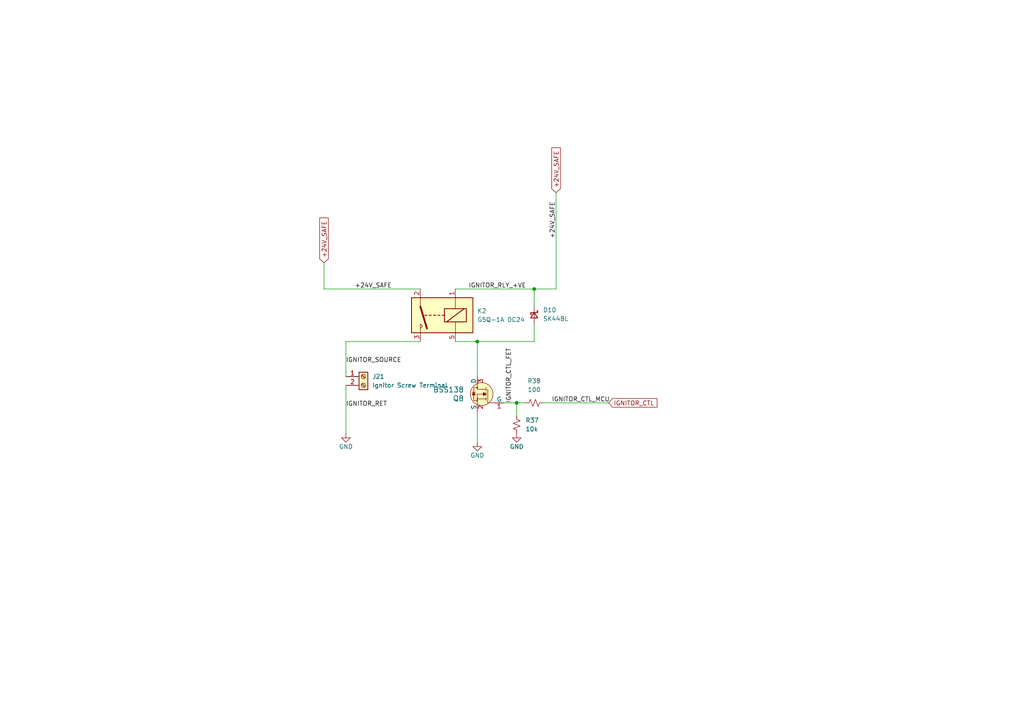
<source format=kicad_sch>
(kicad_sch (version 20250114) (generator "eeschema") (generator_version "9.0")
  (paper "A4")
  (title_block (title "Ignitor Control") (rev "1.0.0") (company "Queen's Rocket Engineering Team"))
  (lib_symbols
    (symbol "Connector:Screw_Terminal_01x02" (pin_names (offset 1.016) (hide yes))
      (property "Reference" "J" (at 0 2.54 0))
      (property "Value" "Screw_Terminal_01x02" (at 0 -5.08 0))
      (symbol "Screw_Terminal_01x02_1_1"
        (rectangle (start -1.27 1.27) (end 1.27 -3.81) (stroke (width 0.254)) (fill (type background)))
        (polyline (pts (xy -0.5334 0.3302) (xy 0.3302 -0.508)) (stroke (width 0.1524)))
        (polyline (pts (xy -0.5334 -2.2098) (xy 0.3302 -3.048)) (stroke (width 0.1524)))
        (polyline (pts (xy -0.3556 0.508) (xy 0.508 -0.3302)) (stroke (width 0.1524)))
        (polyline (pts (xy -0.3556 -2.032) (xy 0.508 -2.8702)) (stroke (width 0.1524)))
        (circle (center 0 0) (radius 0.635) (stroke (width 0.1524)))
        (circle (center 0 -2.54) (radius 0.635) (stroke (width 0.1524)))
        (pin passive line (at -5.08 0 0) (length 3.81) (name "Pin_1") (number "1"))
        (pin passive line (at -5.08 -2.54 0) (length 3.81) (name "Pin_2") (number "2"))
      )
    )
    (symbol "Device:D_Schottky_Small" (pin_numbers (hide yes)) (pin_names (offset 0.254) (hide yes))
      (property "Reference" "D" (at -1.27 2.032 0))
      (property "Value" "D_Schottky_Small" (at -7.112 -2.032 0))
      (symbol "D_Schottky_Small_0_1"
        (polyline (pts (xy -1.27 0.762) (xy -1.27 1.016) (xy -0.762 1.016) (xy -0.762 -1.016) (xy -0.254 -1.016) (xy -0.254 -0.762)) (stroke (width 0.254)))
        (polyline (pts (xy -0.762 0) (xy 0.762 0)))
        (polyline (pts (xy 0.762 -1.016) (xy -0.762 0) (xy 0.762 1.016) (xy 0.762 -1.016)) (stroke (width 0.254)))
      )
      (symbol "D_Schottky_Small_1_1"
        (pin passive line (at -2.54 0 0) (length 1.778) (name "K") (number "1"))
        (pin passive line (at 2.54 0 180) (length 1.778) (name "A") (number "2"))
      )
    )
    (symbol "Device:R_Small_US" (pin_numbers (hide yes)) (pin_names (offset 0.254) (hide yes))
      (property "Reference" "R" (at 0.762 0.508 0))
      (property "Value" "R_Small_US" (at 0.762 -1.016 0))
      (symbol "R_Small_US_1_1"
        (polyline (pts (xy 0 1.524) (xy 1.016 1.143) (xy 0 0.762) (xy -1.016 0.381) (xy 0 0)))
        (polyline (pts (xy 0 0) (xy 1.016 -0.381) (xy 0 -0.762) (xy -1.016 -1.143) (xy 0 -1.524)))
        (pin passive line (at 0 2.54 270) (length 1.016) (name "~") (number "1"))
        (pin passive line (at 0 -2.54 90) (length 1.016) (name "~") (number "2"))
      )
    )
    (symbol "Relay:G5Q-1A"
      (property "Reference" "K" (at 8.89 3.81 0))
      (property "Value" "G5Q-1A" (at 8.89 1.27 0))
      (symbol "G5Q-1A_0_0"
        (polyline (pts (xy 5.08 5.08) (xy 5.08 2.54) (xy 4.445 3.175) (xy 5.08 3.81)))
      )
      (symbol "G5Q-1A_0_1"
        (rectangle (start -10.16 5.08) (end 7.62 -5.08) (stroke (width 0.254)) (fill (type background)))
        (rectangle (start -8.255 1.905) (end -1.905 -1.905) (stroke (width 0.254)))
        (polyline (pts (xy -7.62 -1.905) (xy -2.54 1.905)) (stroke (width 0.254)))
        (polyline (pts (xy -5.08 5.08) (xy -5.08 1.905)))
        (polyline (pts (xy -5.08 -5.08) (xy -5.08 -1.905)))
        (polyline (pts (xy -1.905 0) (xy -1.27 0)) (stroke (width 0.254)))
        (polyline (pts (xy -0.635 0) (xy 0 0)) (stroke (width 0.254)))
        (polyline (pts (xy 0.635 0) (xy 1.27 0)) (stroke (width 0.254)))
        (polyline (pts (xy 1.905 0) (xy 2.54 0)) (stroke (width 0.254)))
        (polyline (pts (xy 3.175 0) (xy 3.81 0)) (stroke (width 0.254)))
        (polyline (pts (xy 5.08 -2.54) (xy 3.175 3.81)) (stroke (width 0.508)))
        (polyline (pts (xy 5.08 -2.54) (xy 5.08 -5.08)))
      )
      (symbol "G5Q-1A_1_1"
        (pin passive line (at -5.08 7.62 270) (length 2.54) (name "~") (number "5"))
        (pin passive line (at -5.08 -7.62 90) (length 2.54) (name "~") (number "1"))
        (pin passive line (at 5.08 7.62 270) (length 2.54) (name "~") (number "3"))
        (pin passive line (at 5.08 -7.62 90) (length 2.54) (name "~") (number "2"))
      )
    )
    (symbol "dk_Transistors-FETs-MOSFETs-Single:BSS138" (pin_names (offset 0))
      (property "Reference" "Q" (at -2.6924 3.6322 0))
      (property "Value" "BSS138" (at 3.4544 0 90))
      (symbol "BSS138_0_1"
        (polyline (pts (xy -5.08 -2.54) (xy -3.048 -2.54) (xy -3.048 1.397)))
        (circle (center -1.27 0) (radius 3.302) (fill (type background)))
        (polyline (pts (xy -0.127 -1.905) (xy 1.016 -1.905) (xy 1.016 1.397) (xy 1.016 1.905) (xy -0.127 1.905)))
        (polyline (pts (xy 0 2.54) (xy 0 1.397) (xy -2.54 1.397)))
        (circle (center 0 1.905) (radius 0.127))
        (polyline (pts (xy 0 -1.397) (xy -2.54 -1.397)))
        (circle (center 0 -1.397) (radius 0.127))
        (circle (center 0 -1.905) (radius 0.127))
        (polyline (pts (xy 0 -2.54) (xy 0 0) (xy -2.54 0)))
      )
      (symbol "BSS138_1_1"
        (polyline (pts (xy -2.54 1.905) (xy -2.54 0.889)))
        (polyline (pts (xy -2.54 0) (xy -2.54 0.508)))
        (polyline (pts (xy -2.54 0) (xy -2.54 -0.508)))
        (polyline (pts (xy -2.54 0) (xy -1.778 0.508) (xy -1.778 -0.508) (xy -2.54 0)) (fill (type outline)))
        (polyline (pts (xy -2.54 -1.397) (xy -2.54 -0.889)))
        (polyline (pts (xy -2.54 -1.397) (xy -2.54 -1.905)))
        (polyline (pts (xy 1.016 0.508) (xy 0.508 -0.254) (xy 1.524 -0.254) (xy 1.016 0.508)) (fill (type outline)))
        (polyline (pts (xy 1.524 0.508) (xy 0.508 0.508)))
        (pin bidirectional line (at -7.62 -2.54 0) (length 2.54) (name "G") (number "1"))
        (pin bidirectional line (at 0 5.08 270) (length 2.54) (name "D") (number "3"))
        (pin bidirectional line (at 0 -5.08 90) (length 2.54) (name "S") (number "2"))
      )
    )
    (symbol "power:GND" (power) (pin_numbers (hide yes)) (pin_names (offset 0) (hide yes))
      (property "Value" "GND" (at 0 -3.81 0))
      (symbol "GND_0_1"
        (polyline (pts (xy 0 0) (xy 0 -1.27) (xy 1.27 -1.27) (xy 0 -2.54) (xy -1.27 -1.27) (xy 0 -1.27)))
      )
      (symbol "GND_1_1"
        (pin power_in line (at 0 0 270) (length 0) (name "~") (number "1"))
      )
    )
  )
  (junction (at 154.94 83.82))
  (junction (at 138.43 99.06))
  (junction (at 149.86 116.84))
  (wire (pts (xy 100.33 99.06) (xy 121.92 99.06)))
  (wire (pts (xy 149.86 116.84) (xy 152.4 116.84)))
  (wire (pts (xy 138.43 119.38) (xy 138.43 128.27)))
  (wire (pts (xy 93.98 83.82) (xy 93.98 76.2)))
  (wire (pts (xy 138.43 99.06) (xy 154.94 99.06)))
  (wire (pts (xy 161.29 83.82) (xy 154.94 83.82)))
  (wire (pts (xy 138.43 99.06) (xy 138.43 109.22)))
  (wire (pts (xy 161.29 55.88) (xy 161.29 83.82)))
  (wire (pts (xy 154.94 93.98) (xy 154.94 99.06)))
  (wire (pts (xy 93.98 83.82) (xy 121.92 83.82)))
  (wire (pts (xy 149.86 116.84) (xy 149.86 120.65)))
  (wire (pts (xy 157.48 116.84) (xy 176.53 116.84)))
  (wire (pts (xy 132.08 83.82) (xy 154.94 83.82)))
  (wire (pts (xy 100.33 111.76) (xy 100.33 125.73)))
  (wire (pts (xy 100.33 99.06) (xy 100.33 109.22)))
  (wire (pts (xy 154.94 83.82) (xy 154.94 88.9)))
  (wire (pts (xy 146.05 116.84) (xy 149.86 116.84)))
  (wire (pts (xy 132.08 99.06) (xy 138.43 99.06)))
  (label "IGNITOR_RLY_+VE" (at 135.89 83.82 0))
  (label "IGNITOR_CTL_FET" (at 148.59 116.84 90))
  (label "IGNITOR_SOURCE" (at 100.33 105.41 0))
  (label "+24V_SAFE" (at 161.29 58.42 270))
  (label "IGNITOR_CTL_MCU" (at 160.02 116.84 0))
  (label "+24V_SAFE" (at 102.87 83.82 0))
  (label "IGNITOR_RET" (at 100.33 118.11 0))
  (global_label "+24V_SAFE" (shape input) (at 161.29 55.88 90) (property "Intersheetrefs" "${INTERSHEET_REFS}" (effects (hide yes))))
  (global_label "+24V_SAFE" (shape input) (at 93.98 76.2 90) (property "Intersheetrefs" "${INTERSHEET_REFS}" (effects (hide yes))))
  (global_label "IGNITOR_CTL" (shape input) (at 176.53 116.84 0) (property "Intersheetrefs" "${INTERSHEET_REFS}" (effects (hide yes))))
  (symbol (lib_id "power:GND") (at 100.33 125.73 0) (unit 1)
    (property "Reference" "#PWR098" (effects (hide yes)))
    (property "Value" "GND" (at 100.33 129.54 0))
    (property "Description" "Power symbol creates a global label with name \"GND\" , ground" (effects (hide yes)))
  )
  (symbol (lib_id "Relay:G5Q-1A") (at 127 91.44 180) (unit 1)
    (property "Reference" "K2" (at 138.43 90.1699 0) (effects (justify right)))
    (property "Value" "G5Q-1A DC24" (at 138.43 92.7099 0) (effects (justify right)))
    (property "Footprint" "Relay_THT:Relay_SPST_Omron-G5Q-1A" (effects (hide yes)))
    (property "Datasheet" "https://www.omron.com/ecb/products/pdf/en-g5q.pdf" (effects (hide yes)))
    (property "Description" "Omron G5Q relay, Miniature Single Pole, SPST-NO, 10A" (effects (hide yes)))
  )
  (symbol (lib_id "power:GND") (at 138.43 128.27 0) (unit 1)
    (property "Reference" "#PWR099" (effects (hide yes)))
    (property "Value" "GND" (at 138.43 132.08 0))
    (property "Description" "Power symbol creates a global label with name \"GND\" , ground" (effects (hide yes)))
  )
  (symbol (lib_id "dk_Transistors-FETs-MOSFETs-Single:BSS138") (at 138.43 114.3 0) (mirror y) (unit 1)
    (property "Reference" "Q8" (at 134.62 115.5701 0) (effects (font (size 1.524 1.524)) (justify left)))
    (property "Value" "BSS138" (at 134.62 113.0301 0) (effects (font (size 1.524 1.524)) (justify left)))
    (property "Footprint" "Package_TO_SOT_SMD:SOT-23-3" (effects (hide yes)))
    (property "Datasheet" "https://www.onsemi.com/pub/Collateral/BSS138-D.PDF" (effects (hide yes)))
    (property "Description" "MOSFET N-CH 50V 220MA SOT-23" (effects (hide yes)))
    (property "MPN" "BSS138" (effects (hide yes)))
    (property "LCSC" "C8490" (effects (hide yes)))
    (property "Category" "Discrete Semiconductor Products" (effects (hide yes)))
    (property "Family" "Transistors - FETs, MOSFETs - Single" (effects (hide yes)))
    (property "DK_Datasheet_Link" "https://www.onsemi.com/pub/Collateral/BSS138-D.PDF" (effects (hide yes)))
    (property "DK_Detail_Page" "/product-detail/en/on-semiconductor/BSS138/BSS138CT-ND/244294" (effects (hide yes)))
    (property "Description_1" "MOSFET N-CH 50V 220MA SOT-23" (effects (hide yes)))
    (property "Manufacturer" "ON Semiconductor" (effects (hide yes)))
    (property "Status" "Active" (effects (hide yes)))
  )
  (symbol (lib_id "Connector:Screw_Terminal_01x02") (at 105.41 109.22 0) (unit 1) (in_bom no)
    (property "Reference" "J21" (at 107.95 109.2199 0) (effects (justify left)))
    (property "Value" "Ignitor Screw Terminal" (at 107.95 111.7599 0) (effects (justify left)))
    (property "Footprint" "TerminalBlock_4Ucon:TerminalBlock_4Ucon_1x02_P3.50mm_Vertical" (effects (hide yes)))
    (property "Description" "Generic screw terminal, single row, 01x02, script generated (kicad-library-utils/schlib/autogen/connector/)" (effects (hide yes)))
    (property "Digikey Link" "https://www.digikey.ca/en/products/detail/on-shore-technology-inc/OSTTE020104/2351816" (effects (hide yes)))
    (property "Digikey PN" "ED2740-ND" (effects (hide yes)))
    (property "MPN" "OSTTE020104" (effects (hide yes)))
  )
  (symbol (lib_id "Device:R_Small_US") (at 149.86 123.19 0) (unit 1)
    (property "Reference" "R37" (at 152.4 121.9199 0) (effects (justify left)))
    (property "Value" "10k" (at 152.4 124.4599 0) (effects (justify left)))
    (property "Footprint" "Resistor_SMD:R_0402_1005Metric" (effects (hide yes)))
    (property "Description" "Resistor, small US symbol" (effects (hide yes)))
    (property "LCSC" "C25531" (effects (hide yes)))
    (property "MPN" "0402WGJ0103TCE" (effects (hide yes)))
  )
  (symbol (lib_id "Device:D_Schottky_Small") (at 154.94 91.44 270) (unit 1)
    (property "Reference" "D10" (at 157.48 89.9159 90) (effects (justify left)))
    (property "Value" "SK44BL" (at 157.48 92.4559 90) (effects (justify left)))
    (property "Footprint" "Diode_SMD:D_SMB" (effects (hide yes)))
    (property "Description" "Schottky diode, small symbol" (effects (hide yes)))
    (property "MPN" "SK44BL-TP" (effects (hide yes)))
    (property "LCSC" "C151740" (effects (hide yes)))
  )
  (symbol (lib_id "power:GND") (at 149.86 125.73 0) (unit 1)
    (property "Reference" "#PWR0100" (effects (hide yes)))
    (property "Value" "GND" (at 149.86 129.54 0))
    (property "Description" "Power symbol creates a global label with name \"GND\" , ground" (effects (hide yes)))
  )
  (symbol (lib_id "Device:R_Small_US") (at 154.94 116.84 90) (unit 1)
    (property "Reference" "R38" (at 154.94 110.49 90))
    (property "Value" "100" (at 154.94 113.03 90))
    (property "Footprint" "Resistor_SMD:R_0402_1005Metric" (effects (hide yes)))
    (property "Description" "Resistor, small US symbol" (effects (hide yes)))
    (property "MPN" "0402WGF1000TCE" (effects (hide yes)))
    (property "LCSC" "C25076" (effects (hide yes)))
  )
)
</source>
